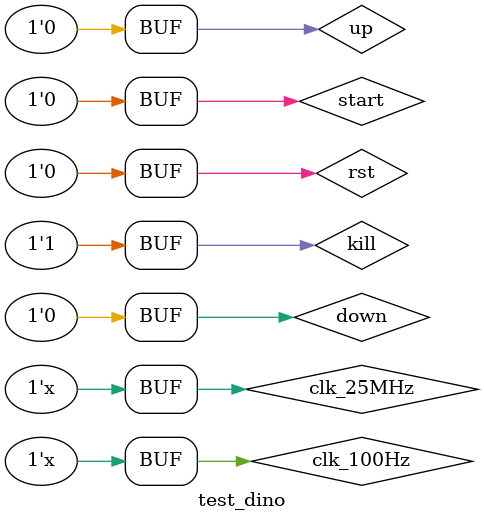
<source format=v>
`timescale 1ns / 1ps


module test_dino;

	// Inputs
	reg clk_25MHz;
	reg clk_100Hz;
	reg rst;
	reg start;
	reg up;
	reg down;
	reg kill;

	// Outputs
	wire [9:0] x;
	wire [8:0] y;
	wire [3:0] dino_state;
	wire dino_animation_state;

	// Instantiate the Unit Under Test (UUT)
	dino uut (
		.clk_25MHz(clk_25MHz), 
		.clk_100Hz(clk_100Hz), 
		.rst(rst), 
		.start(start), 
		.up(up), 
		.down(down), 
		.kill(kill), 
		.x(x), 
		.y(y), 
		.dino_state(dino_state), 
		.dino_animation_state(dino_animation_state)
	);

	initial begin
		// Initialize Inputs
		clk_25MHz = 0;
		clk_100Hz = 0;
		rst = 0;
		start = 1;
		up = 0;
		down = 0;
		kill = 0;

		// Wait 100 ns for global reset to finish
		#500
      start = 0;
		kill = 1;
		// Add stimulus here

	end
	
	always #2 clk_25MHz = !clk_25MHz;
	always #10 clk_100Hz = !clk_100Hz;
      
endmodule


</source>
